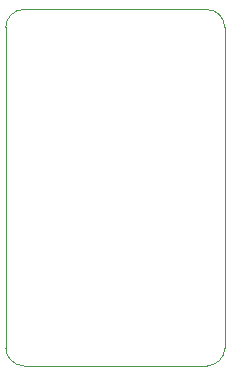
<source format=gbr>
%TF.GenerationSoftware,KiCad,Pcbnew,8.0.8*%
%TF.CreationDate,2025-03-31T18:12:56-07:00*%
%TF.ProjectId,stoplight,73746f70-6c69-4676-9874-2e6b69636164,0.1*%
%TF.SameCoordinates,Original*%
%TF.FileFunction,Profile,NP*%
%FSLAX46Y46*%
G04 Gerber Fmt 4.6, Leading zero omitted, Abs format (unit mm)*
G04 Created by KiCad (PCBNEW 8.0.8) date 2025-03-31 18:12:56*
%MOMM*%
%LPD*%
G01*
G04 APERTURE LIST*
%TA.AperFunction,Profile*%
%ADD10C,0.050000*%
%TD*%
G04 APERTURE END LIST*
D10*
X142357800Y-66584613D02*
X157851800Y-66584613D01*
X159381082Y-95222369D02*
X159375800Y-68108613D01*
X159381082Y-95222369D02*
G75*
G02*
X157851800Y-96751682I-1529282J-31D01*
G01*
X140833800Y-95222369D02*
X140833800Y-68108613D01*
X140833800Y-68108613D02*
G75*
G02*
X142357800Y-66584700I1523900J13D01*
G01*
X142357800Y-96746369D02*
G75*
G02*
X140833831Y-95222369I0J1523969D01*
G01*
X157851800Y-96751651D02*
X142357800Y-96751651D01*
X157851800Y-66584613D02*
G75*
G02*
X159375787Y-68108613I0J-1523987D01*
G01*
M02*

</source>
